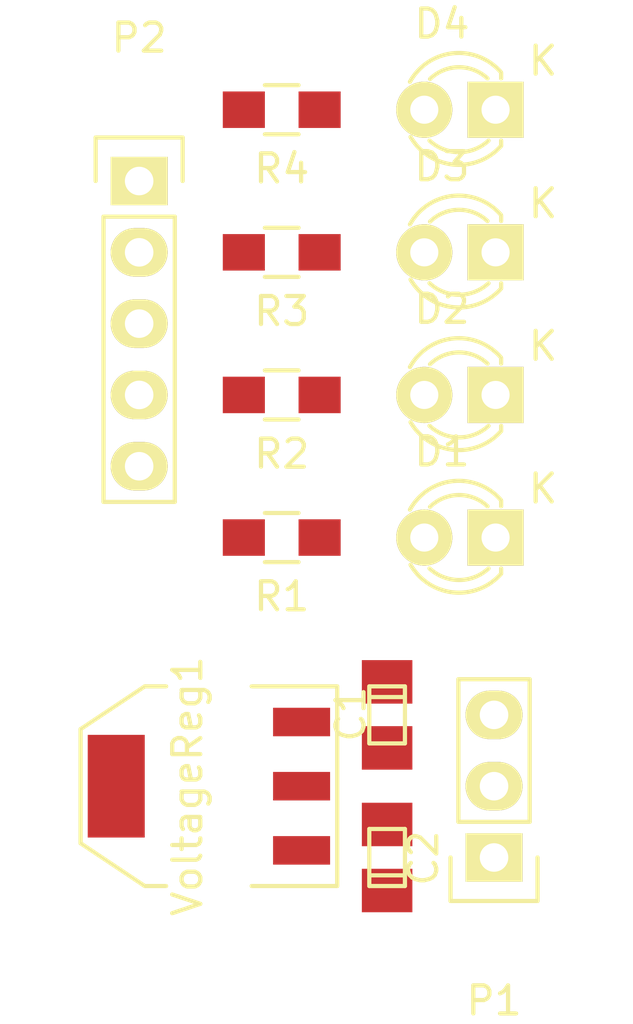
<source format=kicad_pcb>
(kicad_pcb (version 4) (host pcbnew 4.0.4-snap1-stable)

  (general
    (links 20)
    (no_connects 20)
    (area 133.274999 79.934999 143.585001 97.865001)
    (thickness 1.6)
    (drawings 0)
    (tracks 0)
    (zones 0)
    (modules 13)
    (nets 13)
  )

  (page A4)
  (layers
    (0 F.Cu signal)
    (31 B.Cu signal)
    (32 B.Adhes user)
    (33 F.Adhes user)
    (34 B.Paste user)
    (35 F.Paste user)
    (36 B.SilkS user)
    (37 F.SilkS user)
    (38 B.Mask user)
    (39 F.Mask user)
    (40 Dwgs.User user)
    (41 Cmts.User user)
    (42 Eco1.User user)
    (43 Eco2.User user)
    (44 Edge.Cuts user)
    (45 Margin user)
    (46 B.CrtYd user)
    (47 F.CrtYd user)
    (48 B.Fab user)
    (49 F.Fab user)
  )

  (setup
    (last_trace_width 0.25)
    (trace_clearance 0.2)
    (zone_clearance 0.508)
    (zone_45_only no)
    (trace_min 0.2)
    (segment_width 0.2)
    (edge_width 0.15)
    (via_size 0.6)
    (via_drill 0.4)
    (via_min_size 0.4)
    (via_min_drill 0.3)
    (uvia_size 0.3)
    (uvia_drill 0.1)
    (uvias_allowed no)
    (uvia_min_size 0.2)
    (uvia_min_drill 0.1)
    (pcb_text_width 0.3)
    (pcb_text_size 1.5 1.5)
    (mod_edge_width 0.15)
    (mod_text_size 1 1)
    (mod_text_width 0.15)
    (pad_size 1.524 1.524)
    (pad_drill 0.762)
    (pad_to_mask_clearance 0.2)
    (aux_axis_origin 0 0)
    (visible_elements FFFFFF7F)
    (pcbplotparams
      (layerselection 0x00030_80000001)
      (usegerberextensions false)
      (excludeedgelayer true)
      (linewidth 0.100000)
      (plotframeref false)
      (viasonmask false)
      (mode 1)
      (useauxorigin false)
      (hpglpennumber 1)
      (hpglpenspeed 20)
      (hpglpendiameter 15)
      (hpglpenoverlay 2)
      (psnegative false)
      (psa4output false)
      (plotreference true)
      (plotvalue true)
      (plotinvisibletext false)
      (padsonsilk false)
      (subtractmaskfromsilk false)
      (outputformat 1)
      (mirror false)
      (drillshape 1)
      (scaleselection 1)
      (outputdirectory ""))
  )

  (net 0 "")
  (net 1 /Vin)
  (net 2 /GND)
  (net 3 /Vout)
  (net 4 "Net-(D1-Pad1)")
  (net 5 "Net-(D1-Pad2)")
  (net 6 "Net-(D2-Pad2)")
  (net 7 "Net-(D3-Pad2)")
  (net 8 "Net-(D4-Pad2)")
  (net 9 "Net-(P2-Pad2)")
  (net 10 "Net-(P2-Pad3)")
  (net 11 "Net-(P2-Pad4)")
  (net 12 "Net-(P2-Pad5)")

  (net_class Default "This is the default net class."
    (clearance 0.2)
    (trace_width 0.25)
    (via_dia 0.6)
    (via_drill 0.4)
    (uvia_dia 0.3)
    (uvia_drill 0.1)
    (add_net /GND)
    (add_net /Vin)
    (add_net /Vout)
    (add_net "Net-(D1-Pad1)")
    (add_net "Net-(D1-Pad2)")
    (add_net "Net-(D2-Pad2)")
    (add_net "Net-(D3-Pad2)")
    (add_net "Net-(D4-Pad2)")
    (add_net "Net-(P2-Pad2)")
    (add_net "Net-(P2-Pad3)")
    (add_net "Net-(P2-Pad4)")
    (add_net "Net-(P2-Pad5)")
  )

  (module Pin_Headers:Pin_Header_Straight_1x03 (layer F.Cu) (tedit 0) (tstamp 5AA4F6B6)
    (at 121.865349 107.916611 180)
    (descr "Through hole pin header")
    (tags "pin header")
    (path /5AA4F62E)
    (fp_text reference P1 (at 0 -5.1 180) (layer F.SilkS)
      (effects (font (size 1 1) (thickness 0.15)))
    )
    (fp_text value CONN_01X03 (at 0 -3.175 180) (layer F.Fab)
      (effects (font (size 1 1) (thickness 0.15)))
    )
    (fp_line (start -1.75 -1.75) (end -1.75 6.85) (layer F.CrtYd) (width 0.05))
    (fp_line (start 1.75 -1.75) (end 1.75 6.85) (layer F.CrtYd) (width 0.05))
    (fp_line (start -1.75 -1.75) (end 1.75 -1.75) (layer F.CrtYd) (width 0.05))
    (fp_line (start -1.75 6.85) (end 1.75 6.85) (layer F.CrtYd) (width 0.05))
    (fp_line (start -1.27 1.27) (end -1.27 6.35) (layer F.SilkS) (width 0.15))
    (fp_line (start -1.27 6.35) (end 1.27 6.35) (layer F.SilkS) (width 0.15))
    (fp_line (start 1.27 6.35) (end 1.27 1.27) (layer F.SilkS) (width 0.15))
    (fp_line (start 1.55 -1.55) (end 1.55 0) (layer F.SilkS) (width 0.15))
    (fp_line (start 1.27 1.27) (end -1.27 1.27) (layer F.SilkS) (width 0.15))
    (fp_line (start -1.55 0) (end -1.55 -1.55) (layer F.SilkS) (width 0.15))
    (fp_line (start -1.55 -1.55) (end 1.55 -1.55) (layer F.SilkS) (width 0.15))
    (pad 1 thru_hole rect (at 0 0 180) (size 2.032 1.7272) (drill 1.016) (layers *.Cu *.Mask F.SilkS)
      (net 3 /Vout))
    (pad 2 thru_hole oval (at 0 2.54 180) (size 2.032 1.7272) (drill 1.016) (layers *.Cu *.Mask F.SilkS)
      (net 2 /GND))
    (pad 3 thru_hole oval (at 0 5.08 180) (size 2.032 1.7272) (drill 1.016) (layers *.Cu *.Mask F.SilkS)
      (net 1 /Vin))
    (model Pin_Headers.3dshapes/Pin_Header_Straight_1x03.wrl
      (at (xyz 0 -0.1 0))
      (scale (xyz 1 1 1))
      (rotate (xyz 0 0 90))
    )
  )

  (module TO_SOT_Packages_SMD:SOT-223 (layer F.Cu) (tedit 0) (tstamp 5AA4F6E7)
    (at 111.705349 105.376611 90)
    (descr "module CMS SOT223 4 pins")
    (tags "CMS SOT")
    (path /5AA4ED73)
    (attr smd)
    (fp_text reference VoltageReg1 (at 0 -0.762 90) (layer F.SilkS)
      (effects (font (size 1 1) (thickness 0.15)))
    )
    (fp_text value AP1117 (at 0 0.762 90) (layer F.Fab)
      (effects (font (size 1 1) (thickness 0.15)))
    )
    (fp_line (start -3.556 1.524) (end -3.556 4.572) (layer F.SilkS) (width 0.15))
    (fp_line (start -3.556 4.572) (end 3.556 4.572) (layer F.SilkS) (width 0.15))
    (fp_line (start 3.556 4.572) (end 3.556 1.524) (layer F.SilkS) (width 0.15))
    (fp_line (start -3.556 -1.524) (end -3.556 -2.286) (layer F.SilkS) (width 0.15))
    (fp_line (start -3.556 -2.286) (end -2.032 -4.572) (layer F.SilkS) (width 0.15))
    (fp_line (start -2.032 -4.572) (end 2.032 -4.572) (layer F.SilkS) (width 0.15))
    (fp_line (start 2.032 -4.572) (end 3.556 -2.286) (layer F.SilkS) (width 0.15))
    (fp_line (start 3.556 -2.286) (end 3.556 -1.524) (layer F.SilkS) (width 0.15))
    (pad 4 smd rect (at 0 -3.302 90) (size 3.6576 2.032) (layers F.Cu F.Paste F.Mask)
      (net 3 /Vout))
    (pad 2 smd rect (at 0 3.302 90) (size 1.016 2.032) (layers F.Cu F.Paste F.Mask)
      (net 3 /Vout))
    (pad 3 smd rect (at 2.286 3.302 90) (size 1.016 2.032) (layers F.Cu F.Paste F.Mask)
      (net 1 /Vin))
    (pad 1 smd rect (at -2.286 3.302 90) (size 1.016 2.032) (layers F.Cu F.Paste F.Mask)
      (net 2 /GND))
    (model TO_SOT_Packages_SMD.3dshapes/SOT-223.wrl
      (at (xyz 0 0 0))
      (scale (xyz 0.4 0.4 0.4))
      (rotate (xyz 0 0 0))
    )
  )

  (module Capacitors_Tantalum_SMD:TantalC_SizeR_EIA-2012 (layer F.Cu) (tedit 0) (tstamp 5AA4F691)
    (at 118.055349 102.836611 90)
    (descr "Tantal Cap. , Size C, EIA-2012")
    (path /5AA4EEC9)
    (fp_text reference C1 (at 0.0254 -1.2954 90) (layer F.SilkS)
      (effects (font (size 1 1) (thickness 0.15)))
    )
    (fp_text value CP1 (at 0 1.27 90) (layer F.Fab)
      (effects (font (size 1 1) (thickness 0.15)))
    )
    (fp_line (start 0.635 -0.635) (end 0.635 0.635) (layer F.SilkS) (width 0.15))
    (fp_line (start -1.016 -0.635) (end -1.016 0.635) (layer F.SilkS) (width 0.15))
    (fp_line (start -1.016 0.635) (end 1.016 0.635) (layer F.SilkS) (width 0.15))
    (fp_line (start 1.016 0.635) (end 1.016 -0.635) (layer F.SilkS) (width 0.15))
    (fp_line (start 1.016 -0.635) (end -1.016 -0.635) (layer F.SilkS) (width 0.15))
    (pad 1 smd rect (at 1.17602 0 90) (size 1.5494 1.80086) (layers F.Cu F.Paste F.Mask)
      (net 1 /Vin))
    (pad 2 smd rect (at -1.17602 0 90) (size 1.5494 1.80086) (layers F.Cu F.Paste F.Mask)
      (net 2 /GND))
    (model Capacitors_Tantalum_SMD.3dshapes/TantalC_SizeR_EIA-2012.wrl
      (at (xyz 0 0 0))
      (scale (xyz 1 1 1))
      (rotate (xyz 0 0 0))
    )
  )

  (module Capacitors_Tantalum_SMD:TantalC_SizeR_EIA-2012 (layer F.Cu) (tedit 0) (tstamp 5AA4F697)
    (at 118.055349 107.916611 270)
    (descr "Tantal Cap. , Size C, EIA-2012")
    (path /5AA4EE3A)
    (fp_text reference C2 (at 0.0254 -1.2954 270) (layer F.SilkS)
      (effects (font (size 1 1) (thickness 0.15)))
    )
    (fp_text value CP1 (at 0 1.27 270) (layer F.Fab)
      (effects (font (size 1 1) (thickness 0.15)))
    )
    (fp_line (start 0.635 -0.635) (end 0.635 0.635) (layer F.SilkS) (width 0.15))
    (fp_line (start -1.016 -0.635) (end -1.016 0.635) (layer F.SilkS) (width 0.15))
    (fp_line (start -1.016 0.635) (end 1.016 0.635) (layer F.SilkS) (width 0.15))
    (fp_line (start 1.016 0.635) (end 1.016 -0.635) (layer F.SilkS) (width 0.15))
    (fp_line (start 1.016 -0.635) (end -1.016 -0.635) (layer F.SilkS) (width 0.15))
    (pad 1 smd rect (at 1.17602 0 270) (size 1.5494 1.80086) (layers F.Cu F.Paste F.Mask)
      (net 3 /Vout))
    (pad 2 smd rect (at -1.17602 0 270) (size 1.5494 1.80086) (layers F.Cu F.Paste F.Mask)
      (net 2 /GND))
    (model Capacitors_Tantalum_SMD.3dshapes/TantalC_SizeR_EIA-2012.wrl
      (at (xyz 0 0 0))
      (scale (xyz 1 1 1))
      (rotate (xyz 0 0 0))
    )
  )

  (module LEDs:LED-3MM (layer F.Cu) (tedit 559B82F6) (tstamp 5AA4F69D)
    (at 121.92 96.52 180)
    (descr "LED 3mm round vertical")
    (tags "LED  3mm round vertical")
    (path /5AA4F763)
    (fp_text reference D1 (at 1.91 3.06 180) (layer F.SilkS)
      (effects (font (size 1 1) (thickness 0.15)))
    )
    (fp_text value LED (at 1.3 -2.9 180) (layer F.Fab)
      (effects (font (size 1 1) (thickness 0.15)))
    )
    (fp_line (start -1.2 2.3) (end 3.8 2.3) (layer F.CrtYd) (width 0.05))
    (fp_line (start 3.8 2.3) (end 3.8 -2.2) (layer F.CrtYd) (width 0.05))
    (fp_line (start 3.8 -2.2) (end -1.2 -2.2) (layer F.CrtYd) (width 0.05))
    (fp_line (start -1.2 -2.2) (end -1.2 2.3) (layer F.CrtYd) (width 0.05))
    (fp_line (start -0.199 1.314) (end -0.199 1.114) (layer F.SilkS) (width 0.15))
    (fp_line (start -0.199 -1.28) (end -0.199 -1.1) (layer F.SilkS) (width 0.15))
    (fp_arc (start 1.301 0.034) (end -0.199 -1.286) (angle 108.5) (layer F.SilkS) (width 0.15))
    (fp_arc (start 1.301 0.034) (end 0.25 -1.1) (angle 85.7) (layer F.SilkS) (width 0.15))
    (fp_arc (start 1.311 0.034) (end 3.051 0.994) (angle 110) (layer F.SilkS) (width 0.15))
    (fp_arc (start 1.301 0.034) (end 2.335 1.094) (angle 87.5) (layer F.SilkS) (width 0.15))
    (fp_text user K (at -1.69 1.74 180) (layer F.SilkS)
      (effects (font (size 1 1) (thickness 0.15)))
    )
    (pad 1 thru_hole rect (at 0 0 270) (size 2 2) (drill 1.00076) (layers *.Cu *.Mask F.SilkS)
      (net 4 "Net-(D1-Pad1)"))
    (pad 2 thru_hole circle (at 2.54 0 180) (size 2 2) (drill 1.00076) (layers *.Cu *.Mask F.SilkS)
      (net 5 "Net-(D1-Pad2)"))
    (model LEDs.3dshapes/LED-3MM.wrl
      (at (xyz 0.05 0 0))
      (scale (xyz 1 1 1))
      (rotate (xyz 0 0 90))
    )
  )

  (module LEDs:LED-3MM (layer F.Cu) (tedit 559B82F6) (tstamp 5AA4F6A3)
    (at 121.92 91.44 180)
    (descr "LED 3mm round vertical")
    (tags "LED  3mm round vertical")
    (path /5AA4F9D4)
    (fp_text reference D2 (at 1.91 3.06 180) (layer F.SilkS)
      (effects (font (size 1 1) (thickness 0.15)))
    )
    (fp_text value LED (at 1.3 -2.9 180) (layer F.Fab)
      (effects (font (size 1 1) (thickness 0.15)))
    )
    (fp_line (start -1.2 2.3) (end 3.8 2.3) (layer F.CrtYd) (width 0.05))
    (fp_line (start 3.8 2.3) (end 3.8 -2.2) (layer F.CrtYd) (width 0.05))
    (fp_line (start 3.8 -2.2) (end -1.2 -2.2) (layer F.CrtYd) (width 0.05))
    (fp_line (start -1.2 -2.2) (end -1.2 2.3) (layer F.CrtYd) (width 0.05))
    (fp_line (start -0.199 1.314) (end -0.199 1.114) (layer F.SilkS) (width 0.15))
    (fp_line (start -0.199 -1.28) (end -0.199 -1.1) (layer F.SilkS) (width 0.15))
    (fp_arc (start 1.301 0.034) (end -0.199 -1.286) (angle 108.5) (layer F.SilkS) (width 0.15))
    (fp_arc (start 1.301 0.034) (end 0.25 -1.1) (angle 85.7) (layer F.SilkS) (width 0.15))
    (fp_arc (start 1.311 0.034) (end 3.051 0.994) (angle 110) (layer F.SilkS) (width 0.15))
    (fp_arc (start 1.301 0.034) (end 2.335 1.094) (angle 87.5) (layer F.SilkS) (width 0.15))
    (fp_text user K (at -1.69 1.74 180) (layer F.SilkS)
      (effects (font (size 1 1) (thickness 0.15)))
    )
    (pad 1 thru_hole rect (at 0 0 270) (size 2 2) (drill 1.00076) (layers *.Cu *.Mask F.SilkS)
      (net 4 "Net-(D1-Pad1)"))
    (pad 2 thru_hole circle (at 2.54 0 180) (size 2 2) (drill 1.00076) (layers *.Cu *.Mask F.SilkS)
      (net 6 "Net-(D2-Pad2)"))
    (model LEDs.3dshapes/LED-3MM.wrl
      (at (xyz 0.05 0 0))
      (scale (xyz 1 1 1))
      (rotate (xyz 0 0 90))
    )
  )

  (module LEDs:LED-3MM (layer F.Cu) (tedit 559B82F6) (tstamp 5AA4F6A9)
    (at 121.92 86.36 180)
    (descr "LED 3mm round vertical")
    (tags "LED  3mm round vertical")
    (path /5AA4FB30)
    (fp_text reference D3 (at 1.91 3.06 180) (layer F.SilkS)
      (effects (font (size 1 1) (thickness 0.15)))
    )
    (fp_text value LED (at 1.3 -2.9 180) (layer F.Fab)
      (effects (font (size 1 1) (thickness 0.15)))
    )
    (fp_line (start -1.2 2.3) (end 3.8 2.3) (layer F.CrtYd) (width 0.05))
    (fp_line (start 3.8 2.3) (end 3.8 -2.2) (layer F.CrtYd) (width 0.05))
    (fp_line (start 3.8 -2.2) (end -1.2 -2.2) (layer F.CrtYd) (width 0.05))
    (fp_line (start -1.2 -2.2) (end -1.2 2.3) (layer F.CrtYd) (width 0.05))
    (fp_line (start -0.199 1.314) (end -0.199 1.114) (layer F.SilkS) (width 0.15))
    (fp_line (start -0.199 -1.28) (end -0.199 -1.1) (layer F.SilkS) (width 0.15))
    (fp_arc (start 1.301 0.034) (end -0.199 -1.286) (angle 108.5) (layer F.SilkS) (width 0.15))
    (fp_arc (start 1.301 0.034) (end 0.25 -1.1) (angle 85.7) (layer F.SilkS) (width 0.15))
    (fp_arc (start 1.311 0.034) (end 3.051 0.994) (angle 110) (layer F.SilkS) (width 0.15))
    (fp_arc (start 1.301 0.034) (end 2.335 1.094) (angle 87.5) (layer F.SilkS) (width 0.15))
    (fp_text user K (at -1.69 1.74 180) (layer F.SilkS)
      (effects (font (size 1 1) (thickness 0.15)))
    )
    (pad 1 thru_hole rect (at 0 0 270) (size 2 2) (drill 1.00076) (layers *.Cu *.Mask F.SilkS)
      (net 4 "Net-(D1-Pad1)"))
    (pad 2 thru_hole circle (at 2.54 0 180) (size 2 2) (drill 1.00076) (layers *.Cu *.Mask F.SilkS)
      (net 7 "Net-(D3-Pad2)"))
    (model LEDs.3dshapes/LED-3MM.wrl
      (at (xyz 0.05 0 0))
      (scale (xyz 1 1 1))
      (rotate (xyz 0 0 90))
    )
  )

  (module LEDs:LED-3MM (layer F.Cu) (tedit 559B82F6) (tstamp 5AA4F6AF)
    (at 121.92 81.28 180)
    (descr "LED 3mm round vertical")
    (tags "LED  3mm round vertical")
    (path /5AA4FB3C)
    (fp_text reference D4 (at 1.91 3.06 180) (layer F.SilkS)
      (effects (font (size 1 1) (thickness 0.15)))
    )
    (fp_text value LED (at 1.3 -2.9 180) (layer F.Fab)
      (effects (font (size 1 1) (thickness 0.15)))
    )
    (fp_line (start -1.2 2.3) (end 3.8 2.3) (layer F.CrtYd) (width 0.05))
    (fp_line (start 3.8 2.3) (end 3.8 -2.2) (layer F.CrtYd) (width 0.05))
    (fp_line (start 3.8 -2.2) (end -1.2 -2.2) (layer F.CrtYd) (width 0.05))
    (fp_line (start -1.2 -2.2) (end -1.2 2.3) (layer F.CrtYd) (width 0.05))
    (fp_line (start -0.199 1.314) (end -0.199 1.114) (layer F.SilkS) (width 0.15))
    (fp_line (start -0.199 -1.28) (end -0.199 -1.1) (layer F.SilkS) (width 0.15))
    (fp_arc (start 1.301 0.034) (end -0.199 -1.286) (angle 108.5) (layer F.SilkS) (width 0.15))
    (fp_arc (start 1.301 0.034) (end 0.25 -1.1) (angle 85.7) (layer F.SilkS) (width 0.15))
    (fp_arc (start 1.311 0.034) (end 3.051 0.994) (angle 110) (layer F.SilkS) (width 0.15))
    (fp_arc (start 1.301 0.034) (end 2.335 1.094) (angle 87.5) (layer F.SilkS) (width 0.15))
    (fp_text user K (at -1.69 1.74 180) (layer F.SilkS)
      (effects (font (size 1 1) (thickness 0.15)))
    )
    (pad 1 thru_hole rect (at 0 0 270) (size 2 2) (drill 1.00076) (layers *.Cu *.Mask F.SilkS)
      (net 4 "Net-(D1-Pad1)"))
    (pad 2 thru_hole circle (at 2.54 0 180) (size 2 2) (drill 1.00076) (layers *.Cu *.Mask F.SilkS)
      (net 8 "Net-(D4-Pad2)"))
    (model LEDs.3dshapes/LED-3MM.wrl
      (at (xyz 0.05 0 0))
      (scale (xyz 1 1 1))
      (rotate (xyz 0 0 90))
    )
  )

  (module Pin_Headers:Pin_Header_Straight_1x05 (layer F.Cu) (tedit 54EA0684) (tstamp 5AA4F6BF)
    (at 109.22 83.82)
    (descr "Through hole pin header")
    (tags "pin header")
    (path /5AA4FC0D)
    (fp_text reference P2 (at 0 -5.1) (layer F.SilkS)
      (effects (font (size 1 1) (thickness 0.15)))
    )
    (fp_text value CONN_01X05 (at 0 -3.1) (layer F.Fab)
      (effects (font (size 1 1) (thickness 0.15)))
    )
    (fp_line (start -1.55 0) (end -1.55 -1.55) (layer F.SilkS) (width 0.15))
    (fp_line (start -1.55 -1.55) (end 1.55 -1.55) (layer F.SilkS) (width 0.15))
    (fp_line (start 1.55 -1.55) (end 1.55 0) (layer F.SilkS) (width 0.15))
    (fp_line (start -1.75 -1.75) (end -1.75 11.95) (layer F.CrtYd) (width 0.05))
    (fp_line (start 1.75 -1.75) (end 1.75 11.95) (layer F.CrtYd) (width 0.05))
    (fp_line (start -1.75 -1.75) (end 1.75 -1.75) (layer F.CrtYd) (width 0.05))
    (fp_line (start -1.75 11.95) (end 1.75 11.95) (layer F.CrtYd) (width 0.05))
    (fp_line (start 1.27 1.27) (end 1.27 11.43) (layer F.SilkS) (width 0.15))
    (fp_line (start 1.27 11.43) (end -1.27 11.43) (layer F.SilkS) (width 0.15))
    (fp_line (start -1.27 11.43) (end -1.27 1.27) (layer F.SilkS) (width 0.15))
    (fp_line (start 1.27 1.27) (end -1.27 1.27) (layer F.SilkS) (width 0.15))
    (pad 1 thru_hole rect (at 0 0) (size 2.032 1.7272) (drill 1.016) (layers *.Cu *.Mask F.SilkS)
      (net 4 "Net-(D1-Pad1)"))
    (pad 2 thru_hole oval (at 0 2.54) (size 2.032 1.7272) (drill 1.016) (layers *.Cu *.Mask F.SilkS)
      (net 9 "Net-(P2-Pad2)"))
    (pad 3 thru_hole oval (at 0 5.08) (size 2.032 1.7272) (drill 1.016) (layers *.Cu *.Mask F.SilkS)
      (net 10 "Net-(P2-Pad3)"))
    (pad 4 thru_hole oval (at 0 7.62) (size 2.032 1.7272) (drill 1.016) (layers *.Cu *.Mask F.SilkS)
      (net 11 "Net-(P2-Pad4)"))
    (pad 5 thru_hole oval (at 0 10.16) (size 2.032 1.7272) (drill 1.016) (layers *.Cu *.Mask F.SilkS)
      (net 12 "Net-(P2-Pad5)"))
    (model Pin_Headers.3dshapes/Pin_Header_Straight_1x05.wrl
      (at (xyz 0 -0.2 0))
      (scale (xyz 1 1 1))
      (rotate (xyz 0 0 90))
    )
  )

  (module Resistors_SMD:R_0805_HandSoldering (layer F.Cu) (tedit 54189DEE) (tstamp 5AA4F6C5)
    (at 114.3 96.52 180)
    (descr "Resistor SMD 0805, hand soldering")
    (tags "resistor 0805")
    (path /5AA4F80A)
    (attr smd)
    (fp_text reference R1 (at 0 -2.1 180) (layer F.SilkS)
      (effects (font (size 1 1) (thickness 0.15)))
    )
    (fp_text value 330 (at 0 2.1 180) (layer F.Fab)
      (effects (font (size 1 1) (thickness 0.15)))
    )
    (fp_line (start -2.4 -1) (end 2.4 -1) (layer F.CrtYd) (width 0.05))
    (fp_line (start -2.4 1) (end 2.4 1) (layer F.CrtYd) (width 0.05))
    (fp_line (start -2.4 -1) (end -2.4 1) (layer F.CrtYd) (width 0.05))
    (fp_line (start 2.4 -1) (end 2.4 1) (layer F.CrtYd) (width 0.05))
    (fp_line (start 0.6 0.875) (end -0.6 0.875) (layer F.SilkS) (width 0.15))
    (fp_line (start -0.6 -0.875) (end 0.6 -0.875) (layer F.SilkS) (width 0.15))
    (pad 1 smd rect (at -1.35 0 180) (size 1.5 1.3) (layers F.Cu F.Paste F.Mask)
      (net 5 "Net-(D1-Pad2)"))
    (pad 2 smd rect (at 1.35 0 180) (size 1.5 1.3) (layers F.Cu F.Paste F.Mask)
      (net 12 "Net-(P2-Pad5)"))
    (model Resistors_SMD.3dshapes/R_0805_HandSoldering.wrl
      (at (xyz 0 0 0))
      (scale (xyz 1 1 1))
      (rotate (xyz 0 0 0))
    )
  )

  (module Resistors_SMD:R_0805_HandSoldering (layer F.Cu) (tedit 54189DEE) (tstamp 5AA4F6CB)
    (at 114.3 91.44 180)
    (descr "Resistor SMD 0805, hand soldering")
    (tags "resistor 0805")
    (path /5AA4F9DA)
    (attr smd)
    (fp_text reference R2 (at 0 -2.1 180) (layer F.SilkS)
      (effects (font (size 1 1) (thickness 0.15)))
    )
    (fp_text value 330 (at 0 2.1 180) (layer F.Fab)
      (effects (font (size 1 1) (thickness 0.15)))
    )
    (fp_line (start -2.4 -1) (end 2.4 -1) (layer F.CrtYd) (width 0.05))
    (fp_line (start -2.4 1) (end 2.4 1) (layer F.CrtYd) (width 0.05))
    (fp_line (start -2.4 -1) (end -2.4 1) (layer F.CrtYd) (width 0.05))
    (fp_line (start 2.4 -1) (end 2.4 1) (layer F.CrtYd) (width 0.05))
    (fp_line (start 0.6 0.875) (end -0.6 0.875) (layer F.SilkS) (width 0.15))
    (fp_line (start -0.6 -0.875) (end 0.6 -0.875) (layer F.SilkS) (width 0.15))
    (pad 1 smd rect (at -1.35 0 180) (size 1.5 1.3) (layers F.Cu F.Paste F.Mask)
      (net 6 "Net-(D2-Pad2)"))
    (pad 2 smd rect (at 1.35 0 180) (size 1.5 1.3) (layers F.Cu F.Paste F.Mask)
      (net 11 "Net-(P2-Pad4)"))
    (model Resistors_SMD.3dshapes/R_0805_HandSoldering.wrl
      (at (xyz 0 0 0))
      (scale (xyz 1 1 1))
      (rotate (xyz 0 0 0))
    )
  )

  (module Resistors_SMD:R_0805_HandSoldering (layer F.Cu) (tedit 54189DEE) (tstamp 5AA4F6D1)
    (at 114.3 86.36 180)
    (descr "Resistor SMD 0805, hand soldering")
    (tags "resistor 0805")
    (path /5AA4FB36)
    (attr smd)
    (fp_text reference R3 (at 0 -2.1 180) (layer F.SilkS)
      (effects (font (size 1 1) (thickness 0.15)))
    )
    (fp_text value 330 (at 0 2.1 180) (layer F.Fab)
      (effects (font (size 1 1) (thickness 0.15)))
    )
    (fp_line (start -2.4 -1) (end 2.4 -1) (layer F.CrtYd) (width 0.05))
    (fp_line (start -2.4 1) (end 2.4 1) (layer F.CrtYd) (width 0.05))
    (fp_line (start -2.4 -1) (end -2.4 1) (layer F.CrtYd) (width 0.05))
    (fp_line (start 2.4 -1) (end 2.4 1) (layer F.CrtYd) (width 0.05))
    (fp_line (start 0.6 0.875) (end -0.6 0.875) (layer F.SilkS) (width 0.15))
    (fp_line (start -0.6 -0.875) (end 0.6 -0.875) (layer F.SilkS) (width 0.15))
    (pad 1 smd rect (at -1.35 0 180) (size 1.5 1.3) (layers F.Cu F.Paste F.Mask)
      (net 7 "Net-(D3-Pad2)"))
    (pad 2 smd rect (at 1.35 0 180) (size 1.5 1.3) (layers F.Cu F.Paste F.Mask)
      (net 10 "Net-(P2-Pad3)"))
    (model Resistors_SMD.3dshapes/R_0805_HandSoldering.wrl
      (at (xyz 0 0 0))
      (scale (xyz 1 1 1))
      (rotate (xyz 0 0 0))
    )
  )

  (module Resistors_SMD:R_0805_HandSoldering (layer F.Cu) (tedit 54189DEE) (tstamp 5AA4F6D7)
    (at 114.3 81.28 180)
    (descr "Resistor SMD 0805, hand soldering")
    (tags "resistor 0805")
    (path /5AA4FB42)
    (attr smd)
    (fp_text reference R4 (at 0 -2.1 180) (layer F.SilkS)
      (effects (font (size 1 1) (thickness 0.15)))
    )
    (fp_text value 330 (at 0 2.1 180) (layer F.Fab)
      (effects (font (size 1 1) (thickness 0.15)))
    )
    (fp_line (start -2.4 -1) (end 2.4 -1) (layer F.CrtYd) (width 0.05))
    (fp_line (start -2.4 1) (end 2.4 1) (layer F.CrtYd) (width 0.05))
    (fp_line (start -2.4 -1) (end -2.4 1) (layer F.CrtYd) (width 0.05))
    (fp_line (start 2.4 -1) (end 2.4 1) (layer F.CrtYd) (width 0.05))
    (fp_line (start 0.6 0.875) (end -0.6 0.875) (layer F.SilkS) (width 0.15))
    (fp_line (start -0.6 -0.875) (end 0.6 -0.875) (layer F.SilkS) (width 0.15))
    (pad 1 smd rect (at -1.35 0 180) (size 1.5 1.3) (layers F.Cu F.Paste F.Mask)
      (net 8 "Net-(D4-Pad2)"))
    (pad 2 smd rect (at 1.35 0 180) (size 1.5 1.3) (layers F.Cu F.Paste F.Mask)
      (net 9 "Net-(P2-Pad2)"))
    (model Resistors_SMD.3dshapes/R_0805_HandSoldering.wrl
      (at (xyz 0 0 0))
      (scale (xyz 1 1 1))
      (rotate (xyz 0 0 0))
    )
  )

)

</source>
